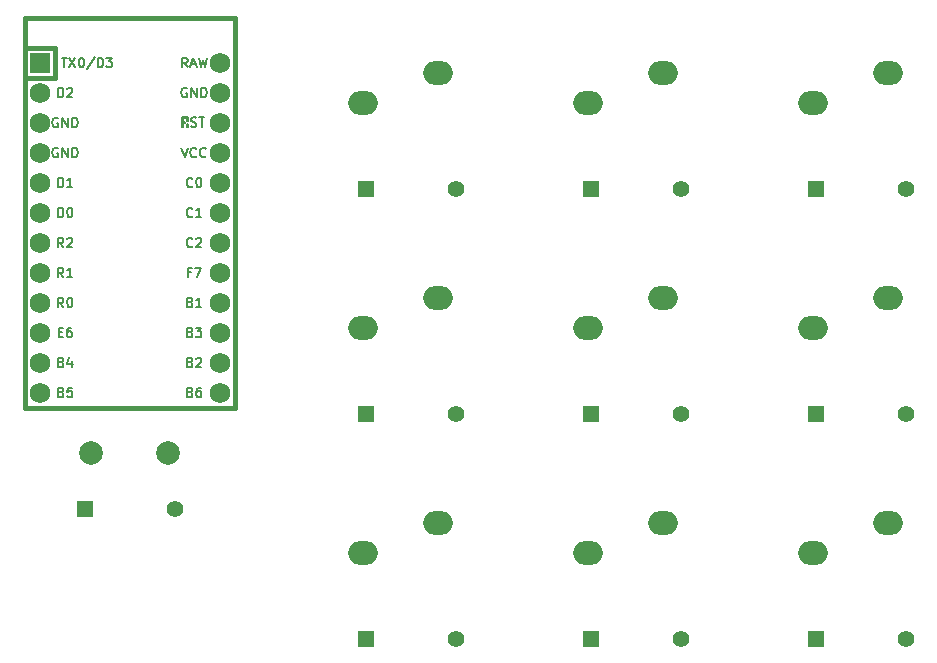
<source format=gbr>
%TF.GenerationSoftware,KiCad,Pcbnew,8.0.8*%
%TF.CreationDate,2025-02-16T23:14:20+09:00*%
%TF.ProjectId,macro,6d616372-6f2e-46b6-9963-61645f706362,rev?*%
%TF.SameCoordinates,Original*%
%TF.FileFunction,Legend,Top*%
%TF.FilePolarity,Positive*%
%FSLAX46Y46*%
G04 Gerber Fmt 4.6, Leading zero omitted, Abs format (unit mm)*
G04 Created by KiCad (PCBNEW 8.0.8) date 2025-02-16 23:14:20*
%MOMM*%
%LPD*%
G01*
G04 APERTURE LIST*
%ADD10C,0.150000*%
%ADD11C,0.381000*%
%ADD12O,2.500000X2.000000*%
%ADD13C,2.000000*%
%ADD14R,1.397000X1.397000*%
%ADD15C,1.397000*%
%ADD16R,1.752600X1.752600*%
%ADD17C,1.752600*%
G04 APERTURE END LIST*
D10*
X48237651Y-42592295D02*
X48694794Y-42592295D01*
X48466222Y-43392295D02*
X48466222Y-42592295D01*
X48885270Y-42592295D02*
X49418604Y-43392295D01*
X49418604Y-42592295D02*
X48885270Y-43392295D01*
X49875747Y-42592295D02*
X49951937Y-42592295D01*
X49951937Y-42592295D02*
X50028128Y-42630390D01*
X50028128Y-42630390D02*
X50066223Y-42668485D01*
X50066223Y-42668485D02*
X50104318Y-42744676D01*
X50104318Y-42744676D02*
X50142413Y-42897057D01*
X50142413Y-42897057D02*
X50142413Y-43087533D01*
X50142413Y-43087533D02*
X50104318Y-43239914D01*
X50104318Y-43239914D02*
X50066223Y-43316104D01*
X50066223Y-43316104D02*
X50028128Y-43354200D01*
X50028128Y-43354200D02*
X49951937Y-43392295D01*
X49951937Y-43392295D02*
X49875747Y-43392295D01*
X49875747Y-43392295D02*
X49799556Y-43354200D01*
X49799556Y-43354200D02*
X49761461Y-43316104D01*
X49761461Y-43316104D02*
X49723366Y-43239914D01*
X49723366Y-43239914D02*
X49685270Y-43087533D01*
X49685270Y-43087533D02*
X49685270Y-42897057D01*
X49685270Y-42897057D02*
X49723366Y-42744676D01*
X49723366Y-42744676D02*
X49761461Y-42668485D01*
X49761461Y-42668485D02*
X49799556Y-42630390D01*
X49799556Y-42630390D02*
X49875747Y-42592295D01*
X51056699Y-42554200D02*
X50370985Y-43582771D01*
X51323366Y-43392295D02*
X51323366Y-42592295D01*
X51323366Y-42592295D02*
X51513842Y-42592295D01*
X51513842Y-42592295D02*
X51628128Y-42630390D01*
X51628128Y-42630390D02*
X51704318Y-42706580D01*
X51704318Y-42706580D02*
X51742413Y-42782771D01*
X51742413Y-42782771D02*
X51780509Y-42935152D01*
X51780509Y-42935152D02*
X51780509Y-43049438D01*
X51780509Y-43049438D02*
X51742413Y-43201819D01*
X51742413Y-43201819D02*
X51704318Y-43278009D01*
X51704318Y-43278009D02*
X51628128Y-43354200D01*
X51628128Y-43354200D02*
X51513842Y-43392295D01*
X51513842Y-43392295D02*
X51323366Y-43392295D01*
X52047175Y-42592295D02*
X52542413Y-42592295D01*
X52542413Y-42592295D02*
X52275747Y-42897057D01*
X52275747Y-42897057D02*
X52390032Y-42897057D01*
X52390032Y-42897057D02*
X52466223Y-42935152D01*
X52466223Y-42935152D02*
X52504318Y-42973247D01*
X52504318Y-42973247D02*
X52542413Y-43049438D01*
X52542413Y-43049438D02*
X52542413Y-43239914D01*
X52542413Y-43239914D02*
X52504318Y-43316104D01*
X52504318Y-43316104D02*
X52466223Y-43354200D01*
X52466223Y-43354200D02*
X52390032Y-43392295D01*
X52390032Y-43392295D02*
X52161461Y-43392295D01*
X52161461Y-43392295D02*
X52085270Y-43354200D01*
X52085270Y-43354200D02*
X52047175Y-43316104D01*
X59137190Y-65833247D02*
X59251476Y-65871342D01*
X59251476Y-65871342D02*
X59289571Y-65909438D01*
X59289571Y-65909438D02*
X59327667Y-65985628D01*
X59327667Y-65985628D02*
X59327667Y-66099914D01*
X59327667Y-66099914D02*
X59289571Y-66176104D01*
X59289571Y-66176104D02*
X59251476Y-66214200D01*
X59251476Y-66214200D02*
X59175286Y-66252295D01*
X59175286Y-66252295D02*
X58870524Y-66252295D01*
X58870524Y-66252295D02*
X58870524Y-65452295D01*
X58870524Y-65452295D02*
X59137190Y-65452295D01*
X59137190Y-65452295D02*
X59213381Y-65490390D01*
X59213381Y-65490390D02*
X59251476Y-65528485D01*
X59251476Y-65528485D02*
X59289571Y-65604676D01*
X59289571Y-65604676D02*
X59289571Y-65680866D01*
X59289571Y-65680866D02*
X59251476Y-65757057D01*
X59251476Y-65757057D02*
X59213381Y-65795152D01*
X59213381Y-65795152D02*
X59137190Y-65833247D01*
X59137190Y-65833247D02*
X58870524Y-65833247D01*
X59594333Y-65452295D02*
X60089571Y-65452295D01*
X60089571Y-65452295D02*
X59822905Y-65757057D01*
X59822905Y-65757057D02*
X59937190Y-65757057D01*
X59937190Y-65757057D02*
X60013381Y-65795152D01*
X60013381Y-65795152D02*
X60051476Y-65833247D01*
X60051476Y-65833247D02*
X60089571Y-65909438D01*
X60089571Y-65909438D02*
X60089571Y-66099914D01*
X60089571Y-66099914D02*
X60051476Y-66176104D01*
X60051476Y-66176104D02*
X60013381Y-66214200D01*
X60013381Y-66214200D02*
X59937190Y-66252295D01*
X59937190Y-66252295D02*
X59708619Y-66252295D01*
X59708619Y-66252295D02*
X59632428Y-66214200D01*
X59632428Y-66214200D02*
X59594333Y-66176104D01*
X59137190Y-63293247D02*
X59251476Y-63331342D01*
X59251476Y-63331342D02*
X59289571Y-63369438D01*
X59289571Y-63369438D02*
X59327667Y-63445628D01*
X59327667Y-63445628D02*
X59327667Y-63559914D01*
X59327667Y-63559914D02*
X59289571Y-63636104D01*
X59289571Y-63636104D02*
X59251476Y-63674200D01*
X59251476Y-63674200D02*
X59175286Y-63712295D01*
X59175286Y-63712295D02*
X58870524Y-63712295D01*
X58870524Y-63712295D02*
X58870524Y-62912295D01*
X58870524Y-62912295D02*
X59137190Y-62912295D01*
X59137190Y-62912295D02*
X59213381Y-62950390D01*
X59213381Y-62950390D02*
X59251476Y-62988485D01*
X59251476Y-62988485D02*
X59289571Y-63064676D01*
X59289571Y-63064676D02*
X59289571Y-63140866D01*
X59289571Y-63140866D02*
X59251476Y-63217057D01*
X59251476Y-63217057D02*
X59213381Y-63255152D01*
X59213381Y-63255152D02*
X59137190Y-63293247D01*
X59137190Y-63293247D02*
X58870524Y-63293247D01*
X60089571Y-63712295D02*
X59632428Y-63712295D01*
X59861000Y-63712295D02*
X59861000Y-62912295D01*
X59861000Y-62912295D02*
X59784809Y-63026580D01*
X59784809Y-63026580D02*
X59708619Y-63102771D01*
X59708619Y-63102771D02*
X59632428Y-63140866D01*
X48405667Y-61172295D02*
X48139000Y-60791342D01*
X47948524Y-61172295D02*
X47948524Y-60372295D01*
X47948524Y-60372295D02*
X48253286Y-60372295D01*
X48253286Y-60372295D02*
X48329476Y-60410390D01*
X48329476Y-60410390D02*
X48367571Y-60448485D01*
X48367571Y-60448485D02*
X48405667Y-60524676D01*
X48405667Y-60524676D02*
X48405667Y-60638961D01*
X48405667Y-60638961D02*
X48367571Y-60715152D01*
X48367571Y-60715152D02*
X48329476Y-60753247D01*
X48329476Y-60753247D02*
X48253286Y-60791342D01*
X48253286Y-60791342D02*
X47948524Y-60791342D01*
X49167571Y-61172295D02*
X48710428Y-61172295D01*
X48939000Y-61172295D02*
X48939000Y-60372295D01*
X48939000Y-60372295D02*
X48862809Y-60486580D01*
X48862809Y-60486580D02*
X48786619Y-60562771D01*
X48786619Y-60562771D02*
X48710428Y-60600866D01*
X59327667Y-56016104D02*
X59289571Y-56054200D01*
X59289571Y-56054200D02*
X59175286Y-56092295D01*
X59175286Y-56092295D02*
X59099095Y-56092295D01*
X59099095Y-56092295D02*
X58984809Y-56054200D01*
X58984809Y-56054200D02*
X58908619Y-55978009D01*
X58908619Y-55978009D02*
X58870524Y-55901819D01*
X58870524Y-55901819D02*
X58832428Y-55749438D01*
X58832428Y-55749438D02*
X58832428Y-55635152D01*
X58832428Y-55635152D02*
X58870524Y-55482771D01*
X58870524Y-55482771D02*
X58908619Y-55406580D01*
X58908619Y-55406580D02*
X58984809Y-55330390D01*
X58984809Y-55330390D02*
X59099095Y-55292295D01*
X59099095Y-55292295D02*
X59175286Y-55292295D01*
X59175286Y-55292295D02*
X59289571Y-55330390D01*
X59289571Y-55330390D02*
X59327667Y-55368485D01*
X60089571Y-56092295D02*
X59632428Y-56092295D01*
X59861000Y-56092295D02*
X59861000Y-55292295D01*
X59861000Y-55292295D02*
X59784809Y-55406580D01*
X59784809Y-55406580D02*
X59708619Y-55482771D01*
X59708619Y-55482771D02*
X59632428Y-55520866D01*
X48405667Y-63712295D02*
X48139000Y-63331342D01*
X47948524Y-63712295D02*
X47948524Y-62912295D01*
X47948524Y-62912295D02*
X48253286Y-62912295D01*
X48253286Y-62912295D02*
X48329476Y-62950390D01*
X48329476Y-62950390D02*
X48367571Y-62988485D01*
X48367571Y-62988485D02*
X48405667Y-63064676D01*
X48405667Y-63064676D02*
X48405667Y-63178961D01*
X48405667Y-63178961D02*
X48367571Y-63255152D01*
X48367571Y-63255152D02*
X48329476Y-63293247D01*
X48329476Y-63293247D02*
X48253286Y-63331342D01*
X48253286Y-63331342D02*
X47948524Y-63331342D01*
X48900905Y-62912295D02*
X48977095Y-62912295D01*
X48977095Y-62912295D02*
X49053286Y-62950390D01*
X49053286Y-62950390D02*
X49091381Y-62988485D01*
X49091381Y-62988485D02*
X49129476Y-63064676D01*
X49129476Y-63064676D02*
X49167571Y-63217057D01*
X49167571Y-63217057D02*
X49167571Y-63407533D01*
X49167571Y-63407533D02*
X49129476Y-63559914D01*
X49129476Y-63559914D02*
X49091381Y-63636104D01*
X49091381Y-63636104D02*
X49053286Y-63674200D01*
X49053286Y-63674200D02*
X48977095Y-63712295D01*
X48977095Y-63712295D02*
X48900905Y-63712295D01*
X48900905Y-63712295D02*
X48824714Y-63674200D01*
X48824714Y-63674200D02*
X48786619Y-63636104D01*
X48786619Y-63636104D02*
X48748524Y-63559914D01*
X48748524Y-63559914D02*
X48710428Y-63407533D01*
X48710428Y-63407533D02*
X48710428Y-63217057D01*
X48710428Y-63217057D02*
X48748524Y-63064676D01*
X48748524Y-63064676D02*
X48786619Y-62988485D01*
X48786619Y-62988485D02*
X48824714Y-62950390D01*
X48824714Y-62950390D02*
X48900905Y-62912295D01*
X48405667Y-58632295D02*
X48139000Y-58251342D01*
X47948524Y-58632295D02*
X47948524Y-57832295D01*
X47948524Y-57832295D02*
X48253286Y-57832295D01*
X48253286Y-57832295D02*
X48329476Y-57870390D01*
X48329476Y-57870390D02*
X48367571Y-57908485D01*
X48367571Y-57908485D02*
X48405667Y-57984676D01*
X48405667Y-57984676D02*
X48405667Y-58098961D01*
X48405667Y-58098961D02*
X48367571Y-58175152D01*
X48367571Y-58175152D02*
X48329476Y-58213247D01*
X48329476Y-58213247D02*
X48253286Y-58251342D01*
X48253286Y-58251342D02*
X47948524Y-58251342D01*
X48710428Y-57908485D02*
X48748524Y-57870390D01*
X48748524Y-57870390D02*
X48824714Y-57832295D01*
X48824714Y-57832295D02*
X49015190Y-57832295D01*
X49015190Y-57832295D02*
X49091381Y-57870390D01*
X49091381Y-57870390D02*
X49129476Y-57908485D01*
X49129476Y-57908485D02*
X49167571Y-57984676D01*
X49167571Y-57984676D02*
X49167571Y-58060866D01*
X49167571Y-58060866D02*
X49129476Y-58175152D01*
X49129476Y-58175152D02*
X48672333Y-58632295D01*
X48672333Y-58632295D02*
X49167571Y-58632295D01*
X59137190Y-70913247D02*
X59251476Y-70951342D01*
X59251476Y-70951342D02*
X59289571Y-70989438D01*
X59289571Y-70989438D02*
X59327667Y-71065628D01*
X59327667Y-71065628D02*
X59327667Y-71179914D01*
X59327667Y-71179914D02*
X59289571Y-71256104D01*
X59289571Y-71256104D02*
X59251476Y-71294200D01*
X59251476Y-71294200D02*
X59175286Y-71332295D01*
X59175286Y-71332295D02*
X58870524Y-71332295D01*
X58870524Y-71332295D02*
X58870524Y-70532295D01*
X58870524Y-70532295D02*
X59137190Y-70532295D01*
X59137190Y-70532295D02*
X59213381Y-70570390D01*
X59213381Y-70570390D02*
X59251476Y-70608485D01*
X59251476Y-70608485D02*
X59289571Y-70684676D01*
X59289571Y-70684676D02*
X59289571Y-70760866D01*
X59289571Y-70760866D02*
X59251476Y-70837057D01*
X59251476Y-70837057D02*
X59213381Y-70875152D01*
X59213381Y-70875152D02*
X59137190Y-70913247D01*
X59137190Y-70913247D02*
X58870524Y-70913247D01*
X60013381Y-70532295D02*
X59861000Y-70532295D01*
X59861000Y-70532295D02*
X59784809Y-70570390D01*
X59784809Y-70570390D02*
X59746714Y-70608485D01*
X59746714Y-70608485D02*
X59670524Y-70722771D01*
X59670524Y-70722771D02*
X59632428Y-70875152D01*
X59632428Y-70875152D02*
X59632428Y-71179914D01*
X59632428Y-71179914D02*
X59670524Y-71256104D01*
X59670524Y-71256104D02*
X59708619Y-71294200D01*
X59708619Y-71294200D02*
X59784809Y-71332295D01*
X59784809Y-71332295D02*
X59937190Y-71332295D01*
X59937190Y-71332295D02*
X60013381Y-71294200D01*
X60013381Y-71294200D02*
X60051476Y-71256104D01*
X60051476Y-71256104D02*
X60089571Y-71179914D01*
X60089571Y-71179914D02*
X60089571Y-70989438D01*
X60089571Y-70989438D02*
X60051476Y-70913247D01*
X60051476Y-70913247D02*
X60013381Y-70875152D01*
X60013381Y-70875152D02*
X59937190Y-70837057D01*
X59937190Y-70837057D02*
X59784809Y-70837057D01*
X59784809Y-70837057D02*
X59708619Y-70875152D01*
X59708619Y-70875152D02*
X59670524Y-70913247D01*
X59670524Y-70913247D02*
X59632428Y-70989438D01*
X59199786Y-48404200D02*
X59314072Y-48442295D01*
X59314072Y-48442295D02*
X59504548Y-48442295D01*
X59504548Y-48442295D02*
X59580739Y-48404200D01*
X59580739Y-48404200D02*
X59618834Y-48366104D01*
X59618834Y-48366104D02*
X59656929Y-48289914D01*
X59656929Y-48289914D02*
X59656929Y-48213723D01*
X59656929Y-48213723D02*
X59618834Y-48137533D01*
X59618834Y-48137533D02*
X59580739Y-48099438D01*
X59580739Y-48099438D02*
X59504548Y-48061342D01*
X59504548Y-48061342D02*
X59352167Y-48023247D01*
X59352167Y-48023247D02*
X59275977Y-47985152D01*
X59275977Y-47985152D02*
X59237882Y-47947057D01*
X59237882Y-47947057D02*
X59199786Y-47870866D01*
X59199786Y-47870866D02*
X59199786Y-47794676D01*
X59199786Y-47794676D02*
X59237882Y-47718485D01*
X59237882Y-47718485D02*
X59275977Y-47680390D01*
X59275977Y-47680390D02*
X59352167Y-47642295D01*
X59352167Y-47642295D02*
X59542644Y-47642295D01*
X59542644Y-47642295D02*
X59656929Y-47680390D01*
X59885501Y-47642295D02*
X60342644Y-47642295D01*
X60114072Y-48442295D02*
X60114072Y-47642295D01*
X58394333Y-50212295D02*
X58661000Y-51012295D01*
X58661000Y-51012295D02*
X58927666Y-50212295D01*
X59651476Y-50936104D02*
X59613380Y-50974200D01*
X59613380Y-50974200D02*
X59499095Y-51012295D01*
X59499095Y-51012295D02*
X59422904Y-51012295D01*
X59422904Y-51012295D02*
X59308618Y-50974200D01*
X59308618Y-50974200D02*
X59232428Y-50898009D01*
X59232428Y-50898009D02*
X59194333Y-50821819D01*
X59194333Y-50821819D02*
X59156237Y-50669438D01*
X59156237Y-50669438D02*
X59156237Y-50555152D01*
X59156237Y-50555152D02*
X59194333Y-50402771D01*
X59194333Y-50402771D02*
X59232428Y-50326580D01*
X59232428Y-50326580D02*
X59308618Y-50250390D01*
X59308618Y-50250390D02*
X59422904Y-50212295D01*
X59422904Y-50212295D02*
X59499095Y-50212295D01*
X59499095Y-50212295D02*
X59613380Y-50250390D01*
X59613380Y-50250390D02*
X59651476Y-50288485D01*
X60451476Y-50936104D02*
X60413380Y-50974200D01*
X60413380Y-50974200D02*
X60299095Y-51012295D01*
X60299095Y-51012295D02*
X60222904Y-51012295D01*
X60222904Y-51012295D02*
X60108618Y-50974200D01*
X60108618Y-50974200D02*
X60032428Y-50898009D01*
X60032428Y-50898009D02*
X59994333Y-50821819D01*
X59994333Y-50821819D02*
X59956237Y-50669438D01*
X59956237Y-50669438D02*
X59956237Y-50555152D01*
X59956237Y-50555152D02*
X59994333Y-50402771D01*
X59994333Y-50402771D02*
X60032428Y-50326580D01*
X60032428Y-50326580D02*
X60108618Y-50250390D01*
X60108618Y-50250390D02*
X60222904Y-50212295D01*
X60222904Y-50212295D02*
X60299095Y-50212295D01*
X60299095Y-50212295D02*
X60413380Y-50250390D01*
X60413380Y-50250390D02*
X60451476Y-50288485D01*
X47948524Y-53552295D02*
X47948524Y-52752295D01*
X47948524Y-52752295D02*
X48139000Y-52752295D01*
X48139000Y-52752295D02*
X48253286Y-52790390D01*
X48253286Y-52790390D02*
X48329476Y-52866580D01*
X48329476Y-52866580D02*
X48367571Y-52942771D01*
X48367571Y-52942771D02*
X48405667Y-53095152D01*
X48405667Y-53095152D02*
X48405667Y-53209438D01*
X48405667Y-53209438D02*
X48367571Y-53361819D01*
X48367571Y-53361819D02*
X48329476Y-53438009D01*
X48329476Y-53438009D02*
X48253286Y-53514200D01*
X48253286Y-53514200D02*
X48139000Y-53552295D01*
X48139000Y-53552295D02*
X47948524Y-53552295D01*
X49167571Y-53552295D02*
X48710428Y-53552295D01*
X48939000Y-53552295D02*
X48939000Y-52752295D01*
X48939000Y-52752295D02*
X48862809Y-52866580D01*
X48862809Y-52866580D02*
X48786619Y-52942771D01*
X48786619Y-52942771D02*
X48710428Y-52980866D01*
X59327667Y-58556104D02*
X59289571Y-58594200D01*
X59289571Y-58594200D02*
X59175286Y-58632295D01*
X59175286Y-58632295D02*
X59099095Y-58632295D01*
X59099095Y-58632295D02*
X58984809Y-58594200D01*
X58984809Y-58594200D02*
X58908619Y-58518009D01*
X58908619Y-58518009D02*
X58870524Y-58441819D01*
X58870524Y-58441819D02*
X58832428Y-58289438D01*
X58832428Y-58289438D02*
X58832428Y-58175152D01*
X58832428Y-58175152D02*
X58870524Y-58022771D01*
X58870524Y-58022771D02*
X58908619Y-57946580D01*
X58908619Y-57946580D02*
X58984809Y-57870390D01*
X58984809Y-57870390D02*
X59099095Y-57832295D01*
X59099095Y-57832295D02*
X59175286Y-57832295D01*
X59175286Y-57832295D02*
X59289571Y-57870390D01*
X59289571Y-57870390D02*
X59327667Y-57908485D01*
X59632428Y-57908485D02*
X59670524Y-57870390D01*
X59670524Y-57870390D02*
X59746714Y-57832295D01*
X59746714Y-57832295D02*
X59937190Y-57832295D01*
X59937190Y-57832295D02*
X60013381Y-57870390D01*
X60013381Y-57870390D02*
X60051476Y-57908485D01*
X60051476Y-57908485D02*
X60089571Y-57984676D01*
X60089571Y-57984676D02*
X60089571Y-58060866D01*
X60089571Y-58060866D02*
X60051476Y-58175152D01*
X60051476Y-58175152D02*
X59594333Y-58632295D01*
X59594333Y-58632295D02*
X60089571Y-58632295D01*
X47929476Y-47710390D02*
X47853286Y-47672295D01*
X47853286Y-47672295D02*
X47739000Y-47672295D01*
X47739000Y-47672295D02*
X47624714Y-47710390D01*
X47624714Y-47710390D02*
X47548524Y-47786580D01*
X47548524Y-47786580D02*
X47510429Y-47862771D01*
X47510429Y-47862771D02*
X47472333Y-48015152D01*
X47472333Y-48015152D02*
X47472333Y-48129438D01*
X47472333Y-48129438D02*
X47510429Y-48281819D01*
X47510429Y-48281819D02*
X47548524Y-48358009D01*
X47548524Y-48358009D02*
X47624714Y-48434200D01*
X47624714Y-48434200D02*
X47739000Y-48472295D01*
X47739000Y-48472295D02*
X47815191Y-48472295D01*
X47815191Y-48472295D02*
X47929476Y-48434200D01*
X47929476Y-48434200D02*
X47967572Y-48396104D01*
X47967572Y-48396104D02*
X47967572Y-48129438D01*
X47967572Y-48129438D02*
X47815191Y-48129438D01*
X48310429Y-48472295D02*
X48310429Y-47672295D01*
X48310429Y-47672295D02*
X48767572Y-48472295D01*
X48767572Y-48472295D02*
X48767572Y-47672295D01*
X49148524Y-48472295D02*
X49148524Y-47672295D01*
X49148524Y-47672295D02*
X49339000Y-47672295D01*
X49339000Y-47672295D02*
X49453286Y-47710390D01*
X49453286Y-47710390D02*
X49529476Y-47786580D01*
X49529476Y-47786580D02*
X49567571Y-47862771D01*
X49567571Y-47862771D02*
X49605667Y-48015152D01*
X49605667Y-48015152D02*
X49605667Y-48129438D01*
X49605667Y-48129438D02*
X49567571Y-48281819D01*
X49567571Y-48281819D02*
X49529476Y-48358009D01*
X49529476Y-48358009D02*
X49453286Y-48434200D01*
X49453286Y-48434200D02*
X49339000Y-48472295D01*
X49339000Y-48472295D02*
X49148524Y-48472295D01*
X47986619Y-65833247D02*
X48253285Y-65833247D01*
X48367571Y-66252295D02*
X47986619Y-66252295D01*
X47986619Y-66252295D02*
X47986619Y-65452295D01*
X47986619Y-65452295D02*
X48367571Y-65452295D01*
X49053286Y-65452295D02*
X48900905Y-65452295D01*
X48900905Y-65452295D02*
X48824714Y-65490390D01*
X48824714Y-65490390D02*
X48786619Y-65528485D01*
X48786619Y-65528485D02*
X48710429Y-65642771D01*
X48710429Y-65642771D02*
X48672333Y-65795152D01*
X48672333Y-65795152D02*
X48672333Y-66099914D01*
X48672333Y-66099914D02*
X48710429Y-66176104D01*
X48710429Y-66176104D02*
X48748524Y-66214200D01*
X48748524Y-66214200D02*
X48824714Y-66252295D01*
X48824714Y-66252295D02*
X48977095Y-66252295D01*
X48977095Y-66252295D02*
X49053286Y-66214200D01*
X49053286Y-66214200D02*
X49091381Y-66176104D01*
X49091381Y-66176104D02*
X49129476Y-66099914D01*
X49129476Y-66099914D02*
X49129476Y-65909438D01*
X49129476Y-65909438D02*
X49091381Y-65833247D01*
X49091381Y-65833247D02*
X49053286Y-65795152D01*
X49053286Y-65795152D02*
X48977095Y-65757057D01*
X48977095Y-65757057D02*
X48824714Y-65757057D01*
X48824714Y-65757057D02*
X48748524Y-65795152D01*
X48748524Y-65795152D02*
X48710429Y-65833247D01*
X48710429Y-65833247D02*
X48672333Y-65909438D01*
X48215190Y-70913247D02*
X48329476Y-70951342D01*
X48329476Y-70951342D02*
X48367571Y-70989438D01*
X48367571Y-70989438D02*
X48405667Y-71065628D01*
X48405667Y-71065628D02*
X48405667Y-71179914D01*
X48405667Y-71179914D02*
X48367571Y-71256104D01*
X48367571Y-71256104D02*
X48329476Y-71294200D01*
X48329476Y-71294200D02*
X48253286Y-71332295D01*
X48253286Y-71332295D02*
X47948524Y-71332295D01*
X47948524Y-71332295D02*
X47948524Y-70532295D01*
X47948524Y-70532295D02*
X48215190Y-70532295D01*
X48215190Y-70532295D02*
X48291381Y-70570390D01*
X48291381Y-70570390D02*
X48329476Y-70608485D01*
X48329476Y-70608485D02*
X48367571Y-70684676D01*
X48367571Y-70684676D02*
X48367571Y-70760866D01*
X48367571Y-70760866D02*
X48329476Y-70837057D01*
X48329476Y-70837057D02*
X48291381Y-70875152D01*
X48291381Y-70875152D02*
X48215190Y-70913247D01*
X48215190Y-70913247D02*
X47948524Y-70913247D01*
X49129476Y-70532295D02*
X48748524Y-70532295D01*
X48748524Y-70532295D02*
X48710428Y-70913247D01*
X48710428Y-70913247D02*
X48748524Y-70875152D01*
X48748524Y-70875152D02*
X48824714Y-70837057D01*
X48824714Y-70837057D02*
X49015190Y-70837057D01*
X49015190Y-70837057D02*
X49091381Y-70875152D01*
X49091381Y-70875152D02*
X49129476Y-70913247D01*
X49129476Y-70913247D02*
X49167571Y-70989438D01*
X49167571Y-70989438D02*
X49167571Y-71179914D01*
X49167571Y-71179914D02*
X49129476Y-71256104D01*
X49129476Y-71256104D02*
X49091381Y-71294200D01*
X49091381Y-71294200D02*
X49015190Y-71332295D01*
X49015190Y-71332295D02*
X48824714Y-71332295D01*
X48824714Y-71332295D02*
X48748524Y-71294200D01*
X48748524Y-71294200D02*
X48710428Y-71256104D01*
X58851476Y-45170390D02*
X58775286Y-45132295D01*
X58775286Y-45132295D02*
X58661000Y-45132295D01*
X58661000Y-45132295D02*
X58546714Y-45170390D01*
X58546714Y-45170390D02*
X58470524Y-45246580D01*
X58470524Y-45246580D02*
X58432429Y-45322771D01*
X58432429Y-45322771D02*
X58394333Y-45475152D01*
X58394333Y-45475152D02*
X58394333Y-45589438D01*
X58394333Y-45589438D02*
X58432429Y-45741819D01*
X58432429Y-45741819D02*
X58470524Y-45818009D01*
X58470524Y-45818009D02*
X58546714Y-45894200D01*
X58546714Y-45894200D02*
X58661000Y-45932295D01*
X58661000Y-45932295D02*
X58737191Y-45932295D01*
X58737191Y-45932295D02*
X58851476Y-45894200D01*
X58851476Y-45894200D02*
X58889572Y-45856104D01*
X58889572Y-45856104D02*
X58889572Y-45589438D01*
X58889572Y-45589438D02*
X58737191Y-45589438D01*
X59232429Y-45932295D02*
X59232429Y-45132295D01*
X59232429Y-45132295D02*
X59689572Y-45932295D01*
X59689572Y-45932295D02*
X59689572Y-45132295D01*
X60070524Y-45932295D02*
X60070524Y-45132295D01*
X60070524Y-45132295D02*
X60261000Y-45132295D01*
X60261000Y-45132295D02*
X60375286Y-45170390D01*
X60375286Y-45170390D02*
X60451476Y-45246580D01*
X60451476Y-45246580D02*
X60489571Y-45322771D01*
X60489571Y-45322771D02*
X60527667Y-45475152D01*
X60527667Y-45475152D02*
X60527667Y-45589438D01*
X60527667Y-45589438D02*
X60489571Y-45741819D01*
X60489571Y-45741819D02*
X60451476Y-45818009D01*
X60451476Y-45818009D02*
X60375286Y-45894200D01*
X60375286Y-45894200D02*
X60261000Y-45932295D01*
X60261000Y-45932295D02*
X60070524Y-45932295D01*
X47948524Y-56092295D02*
X47948524Y-55292295D01*
X47948524Y-55292295D02*
X48139000Y-55292295D01*
X48139000Y-55292295D02*
X48253286Y-55330390D01*
X48253286Y-55330390D02*
X48329476Y-55406580D01*
X48329476Y-55406580D02*
X48367571Y-55482771D01*
X48367571Y-55482771D02*
X48405667Y-55635152D01*
X48405667Y-55635152D02*
X48405667Y-55749438D01*
X48405667Y-55749438D02*
X48367571Y-55901819D01*
X48367571Y-55901819D02*
X48329476Y-55978009D01*
X48329476Y-55978009D02*
X48253286Y-56054200D01*
X48253286Y-56054200D02*
X48139000Y-56092295D01*
X48139000Y-56092295D02*
X47948524Y-56092295D01*
X48900905Y-55292295D02*
X48977095Y-55292295D01*
X48977095Y-55292295D02*
X49053286Y-55330390D01*
X49053286Y-55330390D02*
X49091381Y-55368485D01*
X49091381Y-55368485D02*
X49129476Y-55444676D01*
X49129476Y-55444676D02*
X49167571Y-55597057D01*
X49167571Y-55597057D02*
X49167571Y-55787533D01*
X49167571Y-55787533D02*
X49129476Y-55939914D01*
X49129476Y-55939914D02*
X49091381Y-56016104D01*
X49091381Y-56016104D02*
X49053286Y-56054200D01*
X49053286Y-56054200D02*
X48977095Y-56092295D01*
X48977095Y-56092295D02*
X48900905Y-56092295D01*
X48900905Y-56092295D02*
X48824714Y-56054200D01*
X48824714Y-56054200D02*
X48786619Y-56016104D01*
X48786619Y-56016104D02*
X48748524Y-55939914D01*
X48748524Y-55939914D02*
X48710428Y-55787533D01*
X48710428Y-55787533D02*
X48710428Y-55597057D01*
X48710428Y-55597057D02*
X48748524Y-55444676D01*
X48748524Y-55444676D02*
X48786619Y-55368485D01*
X48786619Y-55368485D02*
X48824714Y-55330390D01*
X48824714Y-55330390D02*
X48900905Y-55292295D01*
X59137190Y-68373247D02*
X59251476Y-68411342D01*
X59251476Y-68411342D02*
X59289571Y-68449438D01*
X59289571Y-68449438D02*
X59327667Y-68525628D01*
X59327667Y-68525628D02*
X59327667Y-68639914D01*
X59327667Y-68639914D02*
X59289571Y-68716104D01*
X59289571Y-68716104D02*
X59251476Y-68754200D01*
X59251476Y-68754200D02*
X59175286Y-68792295D01*
X59175286Y-68792295D02*
X58870524Y-68792295D01*
X58870524Y-68792295D02*
X58870524Y-67992295D01*
X58870524Y-67992295D02*
X59137190Y-67992295D01*
X59137190Y-67992295D02*
X59213381Y-68030390D01*
X59213381Y-68030390D02*
X59251476Y-68068485D01*
X59251476Y-68068485D02*
X59289571Y-68144676D01*
X59289571Y-68144676D02*
X59289571Y-68220866D01*
X59289571Y-68220866D02*
X59251476Y-68297057D01*
X59251476Y-68297057D02*
X59213381Y-68335152D01*
X59213381Y-68335152D02*
X59137190Y-68373247D01*
X59137190Y-68373247D02*
X58870524Y-68373247D01*
X59632428Y-68068485D02*
X59670524Y-68030390D01*
X59670524Y-68030390D02*
X59746714Y-67992295D01*
X59746714Y-67992295D02*
X59937190Y-67992295D01*
X59937190Y-67992295D02*
X60013381Y-68030390D01*
X60013381Y-68030390D02*
X60051476Y-68068485D01*
X60051476Y-68068485D02*
X60089571Y-68144676D01*
X60089571Y-68144676D02*
X60089571Y-68220866D01*
X60089571Y-68220866D02*
X60051476Y-68335152D01*
X60051476Y-68335152D02*
X59594333Y-68792295D01*
X59594333Y-68792295D02*
X60089571Y-68792295D01*
X47948524Y-45932295D02*
X47948524Y-45132295D01*
X47948524Y-45132295D02*
X48139000Y-45132295D01*
X48139000Y-45132295D02*
X48253286Y-45170390D01*
X48253286Y-45170390D02*
X48329476Y-45246580D01*
X48329476Y-45246580D02*
X48367571Y-45322771D01*
X48367571Y-45322771D02*
X48405667Y-45475152D01*
X48405667Y-45475152D02*
X48405667Y-45589438D01*
X48405667Y-45589438D02*
X48367571Y-45741819D01*
X48367571Y-45741819D02*
X48329476Y-45818009D01*
X48329476Y-45818009D02*
X48253286Y-45894200D01*
X48253286Y-45894200D02*
X48139000Y-45932295D01*
X48139000Y-45932295D02*
X47948524Y-45932295D01*
X48710428Y-45208485D02*
X48748524Y-45170390D01*
X48748524Y-45170390D02*
X48824714Y-45132295D01*
X48824714Y-45132295D02*
X49015190Y-45132295D01*
X49015190Y-45132295D02*
X49091381Y-45170390D01*
X49091381Y-45170390D02*
X49129476Y-45208485D01*
X49129476Y-45208485D02*
X49167571Y-45284676D01*
X49167571Y-45284676D02*
X49167571Y-45360866D01*
X49167571Y-45360866D02*
X49129476Y-45475152D01*
X49129476Y-45475152D02*
X48672333Y-45932295D01*
X48672333Y-45932295D02*
X49167571Y-45932295D01*
X48215190Y-68373247D02*
X48329476Y-68411342D01*
X48329476Y-68411342D02*
X48367571Y-68449438D01*
X48367571Y-68449438D02*
X48405667Y-68525628D01*
X48405667Y-68525628D02*
X48405667Y-68639914D01*
X48405667Y-68639914D02*
X48367571Y-68716104D01*
X48367571Y-68716104D02*
X48329476Y-68754200D01*
X48329476Y-68754200D02*
X48253286Y-68792295D01*
X48253286Y-68792295D02*
X47948524Y-68792295D01*
X47948524Y-68792295D02*
X47948524Y-67992295D01*
X47948524Y-67992295D02*
X48215190Y-67992295D01*
X48215190Y-67992295D02*
X48291381Y-68030390D01*
X48291381Y-68030390D02*
X48329476Y-68068485D01*
X48329476Y-68068485D02*
X48367571Y-68144676D01*
X48367571Y-68144676D02*
X48367571Y-68220866D01*
X48367571Y-68220866D02*
X48329476Y-68297057D01*
X48329476Y-68297057D02*
X48291381Y-68335152D01*
X48291381Y-68335152D02*
X48215190Y-68373247D01*
X48215190Y-68373247D02*
X47948524Y-68373247D01*
X49091381Y-68258961D02*
X49091381Y-68792295D01*
X48900905Y-67954200D02*
X48710428Y-68525628D01*
X48710428Y-68525628D02*
X49205667Y-68525628D01*
X47929476Y-50250390D02*
X47853286Y-50212295D01*
X47853286Y-50212295D02*
X47739000Y-50212295D01*
X47739000Y-50212295D02*
X47624714Y-50250390D01*
X47624714Y-50250390D02*
X47548524Y-50326580D01*
X47548524Y-50326580D02*
X47510429Y-50402771D01*
X47510429Y-50402771D02*
X47472333Y-50555152D01*
X47472333Y-50555152D02*
X47472333Y-50669438D01*
X47472333Y-50669438D02*
X47510429Y-50821819D01*
X47510429Y-50821819D02*
X47548524Y-50898009D01*
X47548524Y-50898009D02*
X47624714Y-50974200D01*
X47624714Y-50974200D02*
X47739000Y-51012295D01*
X47739000Y-51012295D02*
X47815191Y-51012295D01*
X47815191Y-51012295D02*
X47929476Y-50974200D01*
X47929476Y-50974200D02*
X47967572Y-50936104D01*
X47967572Y-50936104D02*
X47967572Y-50669438D01*
X47967572Y-50669438D02*
X47815191Y-50669438D01*
X48310429Y-51012295D02*
X48310429Y-50212295D01*
X48310429Y-50212295D02*
X48767572Y-51012295D01*
X48767572Y-51012295D02*
X48767572Y-50212295D01*
X49148524Y-51012295D02*
X49148524Y-50212295D01*
X49148524Y-50212295D02*
X49339000Y-50212295D01*
X49339000Y-50212295D02*
X49453286Y-50250390D01*
X49453286Y-50250390D02*
X49529476Y-50326580D01*
X49529476Y-50326580D02*
X49567571Y-50402771D01*
X49567571Y-50402771D02*
X49605667Y-50555152D01*
X49605667Y-50555152D02*
X49605667Y-50669438D01*
X49605667Y-50669438D02*
X49567571Y-50821819D01*
X49567571Y-50821819D02*
X49529476Y-50898009D01*
X49529476Y-50898009D02*
X49453286Y-50974200D01*
X49453286Y-50974200D02*
X49339000Y-51012295D01*
X49339000Y-51012295D02*
X49148524Y-51012295D01*
X59327667Y-53476104D02*
X59289571Y-53514200D01*
X59289571Y-53514200D02*
X59175286Y-53552295D01*
X59175286Y-53552295D02*
X59099095Y-53552295D01*
X59099095Y-53552295D02*
X58984809Y-53514200D01*
X58984809Y-53514200D02*
X58908619Y-53438009D01*
X58908619Y-53438009D02*
X58870524Y-53361819D01*
X58870524Y-53361819D02*
X58832428Y-53209438D01*
X58832428Y-53209438D02*
X58832428Y-53095152D01*
X58832428Y-53095152D02*
X58870524Y-52942771D01*
X58870524Y-52942771D02*
X58908619Y-52866580D01*
X58908619Y-52866580D02*
X58984809Y-52790390D01*
X58984809Y-52790390D02*
X59099095Y-52752295D01*
X59099095Y-52752295D02*
X59175286Y-52752295D01*
X59175286Y-52752295D02*
X59289571Y-52790390D01*
X59289571Y-52790390D02*
X59327667Y-52828485D01*
X59822905Y-52752295D02*
X59899095Y-52752295D01*
X59899095Y-52752295D02*
X59975286Y-52790390D01*
X59975286Y-52790390D02*
X60013381Y-52828485D01*
X60013381Y-52828485D02*
X60051476Y-52904676D01*
X60051476Y-52904676D02*
X60089571Y-53057057D01*
X60089571Y-53057057D02*
X60089571Y-53247533D01*
X60089571Y-53247533D02*
X60051476Y-53399914D01*
X60051476Y-53399914D02*
X60013381Y-53476104D01*
X60013381Y-53476104D02*
X59975286Y-53514200D01*
X59975286Y-53514200D02*
X59899095Y-53552295D01*
X59899095Y-53552295D02*
X59822905Y-53552295D01*
X59822905Y-53552295D02*
X59746714Y-53514200D01*
X59746714Y-53514200D02*
X59708619Y-53476104D01*
X59708619Y-53476104D02*
X59670524Y-53399914D01*
X59670524Y-53399914D02*
X59632428Y-53247533D01*
X59632428Y-53247533D02*
X59632428Y-53057057D01*
X59632428Y-53057057D02*
X59670524Y-52904676D01*
X59670524Y-52904676D02*
X59708619Y-52828485D01*
X59708619Y-52828485D02*
X59746714Y-52790390D01*
X59746714Y-52790390D02*
X59822905Y-52752295D01*
X59194333Y-60753247D02*
X58927667Y-60753247D01*
X58927667Y-61172295D02*
X58927667Y-60372295D01*
X58927667Y-60372295D02*
X59308619Y-60372295D01*
X59537190Y-60372295D02*
X60070524Y-60372295D01*
X60070524Y-60372295D02*
X59727666Y-61172295D01*
X58908619Y-43392295D02*
X58641952Y-43011342D01*
X58451476Y-43392295D02*
X58451476Y-42592295D01*
X58451476Y-42592295D02*
X58756238Y-42592295D01*
X58756238Y-42592295D02*
X58832428Y-42630390D01*
X58832428Y-42630390D02*
X58870523Y-42668485D01*
X58870523Y-42668485D02*
X58908619Y-42744676D01*
X58908619Y-42744676D02*
X58908619Y-42858961D01*
X58908619Y-42858961D02*
X58870523Y-42935152D01*
X58870523Y-42935152D02*
X58832428Y-42973247D01*
X58832428Y-42973247D02*
X58756238Y-43011342D01*
X58756238Y-43011342D02*
X58451476Y-43011342D01*
X59213380Y-43163723D02*
X59594333Y-43163723D01*
X59137190Y-43392295D02*
X59403857Y-42592295D01*
X59403857Y-42592295D02*
X59670523Y-43392295D01*
X59860999Y-42592295D02*
X60051475Y-43392295D01*
X60051475Y-43392295D02*
X60203856Y-42820866D01*
X60203856Y-42820866D02*
X60356237Y-43392295D01*
X60356237Y-43392295D02*
X60546714Y-42592295D01*
D11*
X45110000Y-39220000D02*
X45110000Y-41760000D01*
X45110000Y-41760000D02*
X45110000Y-72240000D01*
X45110000Y-72240000D02*
X62890000Y-72240000D01*
X47650000Y-41760000D02*
X45110000Y-41760000D01*
X47650000Y-41760000D02*
X47650000Y-44300000D01*
X47650000Y-44300000D02*
X45110000Y-44300000D01*
X62890000Y-39220000D02*
X45110000Y-39220000D01*
X62890000Y-41760000D02*
X62890000Y-39220000D01*
X62890000Y-72240000D02*
X62890000Y-41760000D01*
D10*
X58531568Y-48439360D02*
X58431568Y-48439360D01*
X58431568Y-47639360D01*
X58531568Y-47639360D01*
X58531568Y-48439360D01*
G36*
X58531568Y-48439360D02*
G01*
X58431568Y-48439360D01*
X58431568Y-47639360D01*
X58531568Y-47639360D01*
X58531568Y-48439360D01*
G37*
X58731568Y-48139360D02*
X58631568Y-48139360D01*
X58631568Y-48039360D01*
X58731568Y-48039360D01*
X58731568Y-48139360D01*
G36*
X58731568Y-48139360D02*
G01*
X58631568Y-48139360D01*
X58631568Y-48039360D01*
X58731568Y-48039360D01*
X58731568Y-48139360D01*
G37*
X58931568Y-47739360D02*
X58431568Y-47739360D01*
X58431568Y-47639360D01*
X58931568Y-47639360D01*
X58931568Y-47739360D01*
G36*
X58931568Y-47739360D02*
G01*
X58431568Y-47739360D01*
X58431568Y-47639360D01*
X58931568Y-47639360D01*
X58931568Y-47739360D01*
G37*
X58931568Y-47939360D02*
X58831568Y-47939360D01*
X58831568Y-47639360D01*
X58931568Y-47639360D01*
X58931568Y-47939360D01*
G36*
X58931568Y-47939360D02*
G01*
X58831568Y-47939360D01*
X58831568Y-47639360D01*
X58931568Y-47639360D01*
X58931568Y-47939360D01*
G37*
X58931568Y-48439360D02*
X58831568Y-48439360D01*
X58831568Y-48239360D01*
X58931568Y-48239360D01*
X58931568Y-48439360D01*
G36*
X58931568Y-48439360D02*
G01*
X58831568Y-48439360D01*
X58831568Y-48239360D01*
X58931568Y-48239360D01*
X58931568Y-48439360D01*
G37*
D12*
X111822500Y-65460000D03*
X118172500Y-62920000D03*
X92772500Y-65460000D03*
X99122500Y-62920000D03*
D13*
X57250000Y-76050000D03*
X50750000Y-76050000D03*
D12*
X73722500Y-65460000D03*
X80072500Y-62920000D03*
X73722500Y-84510000D03*
X80072500Y-81970000D03*
D14*
X112140000Y-72762500D03*
D15*
X119760000Y-72762500D03*
D12*
X73722500Y-46410000D03*
X80072500Y-43870000D03*
X111827890Y-84510000D03*
X118177890Y-81970000D03*
D14*
X93090000Y-53712500D03*
D15*
X100710000Y-53712500D03*
D16*
X46380000Y-43030000D03*
D17*
X46380000Y-45570000D03*
X46380000Y-48110000D03*
X46380000Y-50650000D03*
X46380000Y-53190000D03*
X46380000Y-55730000D03*
X46380000Y-58270000D03*
X46380000Y-60810000D03*
X46380000Y-63350000D03*
X46380000Y-65890000D03*
X46380000Y-68430000D03*
X46380000Y-70970000D03*
X61620000Y-70970000D03*
X61620000Y-68430000D03*
X61620000Y-65890000D03*
X61620000Y-63350000D03*
X61620000Y-60810000D03*
X61620000Y-58270000D03*
X61620000Y-55730000D03*
X61620000Y-53190000D03*
X61620000Y-50650000D03*
X61620000Y-48110000D03*
X61620000Y-45570000D03*
X61620000Y-43030000D03*
D12*
X92780471Y-84510000D03*
X99130471Y-81970000D03*
X111822500Y-46410000D03*
X118172500Y-43870000D03*
D14*
X50190000Y-80812500D03*
D15*
X57810000Y-80812500D03*
D14*
X112140000Y-53712500D03*
D15*
X119760000Y-53712500D03*
D14*
X112140000Y-91812500D03*
D15*
X119760000Y-91812500D03*
D14*
X74040000Y-53712500D03*
D15*
X81660000Y-53712500D03*
D14*
X93090000Y-91812500D03*
D15*
X100710000Y-91812500D03*
D14*
X93090000Y-72762500D03*
D15*
X100710000Y-72762500D03*
D12*
X92772500Y-46410000D03*
X99122500Y-43870000D03*
D14*
X74040000Y-72762500D03*
D15*
X81660000Y-72762500D03*
D14*
X74040000Y-91812500D03*
D15*
X81660000Y-91812500D03*
M02*

</source>
